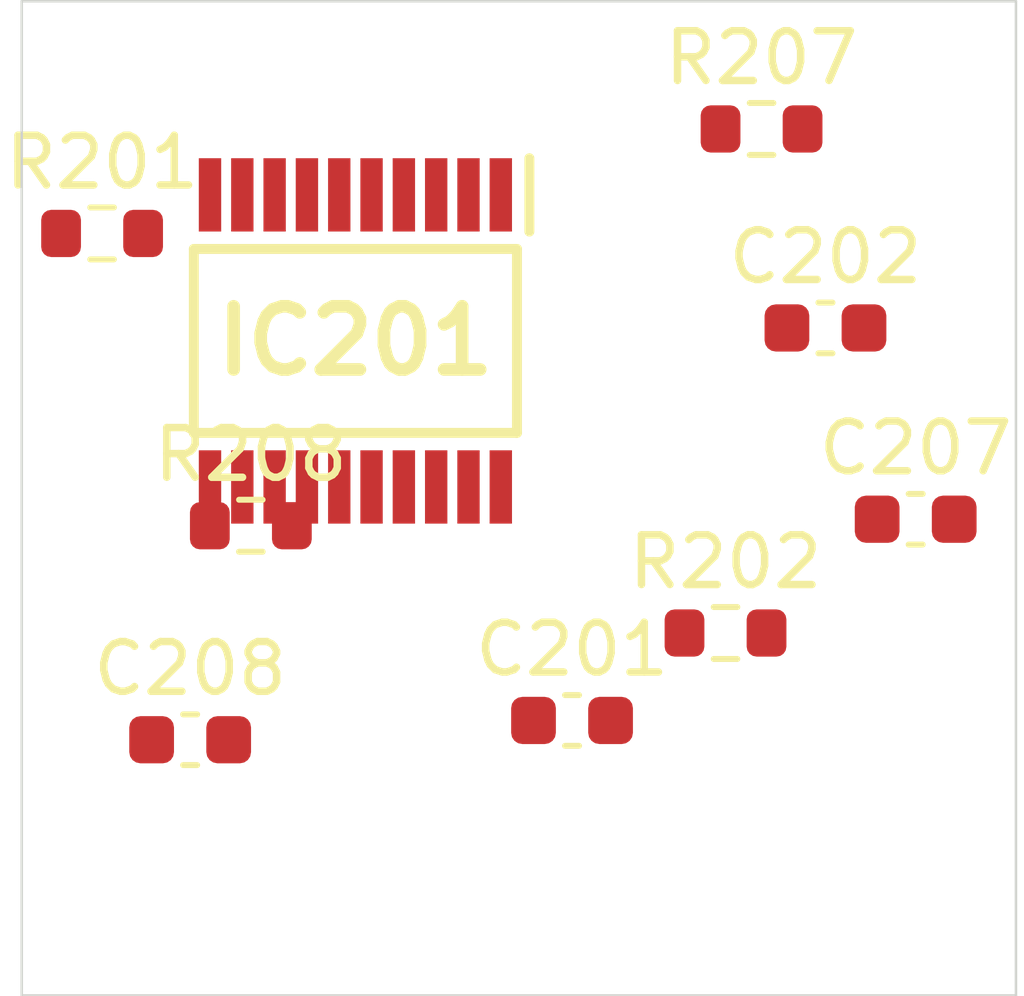
<source format=kicad_pcb>
 ( kicad_pcb  ( version 20171130 )
 ( host pcbnew 5.1.12-84ad8e8a86~92~ubuntu18.04.1 )
 ( general  ( thickness 1.6 )
 ( drawings 4 )
 ( tracks 0 )
 ( zones 0 )
 ( modules 9 )
 ( nets 19 )
)
 ( page A4 )
 ( layers  ( 0 F.Cu signal )
 ( 31 B.Cu signal )
 ( 32 B.Adhes user )
 ( 33 F.Adhes user )
 ( 34 B.Paste user )
 ( 35 F.Paste user )
 ( 36 B.SilkS user )
 ( 37 F.SilkS user )
 ( 38 B.Mask user )
 ( 39 F.Mask user )
 ( 40 Dwgs.User user )
 ( 41 Cmts.User user )
 ( 42 Eco1.User user )
 ( 43 Eco2.User user )
 ( 44 Edge.Cuts user )
 ( 45 Margin user )
 ( 46 B.CrtYd user )
 ( 47 F.CrtYd user )
 ( 48 B.Fab user )
 ( 49 F.Fab user )
)
 ( setup  ( last_trace_width 0.25 )
 ( trace_clearance 0.2 )
 ( zone_clearance 0.508 )
 ( zone_45_only no )
 ( trace_min 0.2 )
 ( via_size 0.8 )
 ( via_drill 0.4 )
 ( via_min_size 0.4 )
 ( via_min_drill 0.3 )
 ( uvia_size 0.3 )
 ( uvia_drill 0.1 )
 ( uvias_allowed no )
 ( uvia_min_size 0.2 )
 ( uvia_min_drill 0.1 )
 ( edge_width 0.05 )
 ( segment_width 0.2 )
 ( pcb_text_width 0.3 )
 ( pcb_text_size 1.5 1.5 )
 ( mod_edge_width 0.12 )
 ( mod_text_size 1 1 )
 ( mod_text_width 0.15 )
 ( pad_size 1.524 1.524 )
 ( pad_drill 0.762 )
 ( pad_to_mask_clearance 0 )
 ( aux_axis_origin 0 0 )
 ( visible_elements FFFFFF7F )
 ( pcbplotparams  ( layerselection 0x010fc_ffffffff )
 ( usegerberextensions false )
 ( usegerberattributes true )
 ( usegerberadvancedattributes true )
 ( creategerberjobfile true )
 ( excludeedgelayer true )
 ( linewidth 0.100000 )
 ( plotframeref false )
 ( viasonmask false )
 ( mode 1 )
 ( useauxorigin false )
 ( hpglpennumber 1 )
 ( hpglpenspeed 20 )
 ( hpglpendiameter 15.000000 )
 ( psnegative false )
 ( psa4output false )
 ( plotreference true )
 ( plotvalue true )
 ( plotinvisibletext false )
 ( padsonsilk false )
 ( subtractmaskfromsilk false )
 ( outputformat 1 )
 ( mirror false )
 ( drillshape 1 )
 ( scaleselection 1 )
 ( outputdirectory "" )
)
)
 ( net 0 "" )
 ( net 1 GND )
 ( net 2 /Sheet6235D886/ch0 )
 ( net 3 /Sheet6235D886/ch1 )
 ( net 4 /Sheet6235D886/ch2 )
 ( net 5 /Sheet6235D886/ch3 )
 ( net 6 /Sheet6235D886/ch4 )
 ( net 7 /Sheet6235D886/ch5 )
 ( net 8 /Sheet6235D886/ch6 )
 ( net 9 /Sheet6235D886/ch7 )
 ( net 10 VDD )
 ( net 11 VDDA )
 ( net 12 /Sheet6235D886/adc_csn )
 ( net 13 /Sheet6235D886/adc_sck )
 ( net 14 /Sheet6235D886/adc_sdi )
 ( net 15 /Sheet6235D886/adc_sdo )
 ( net 16 /Sheet6235D886/vp )
 ( net 17 /Sheet6248AD22/chn0 )
 ( net 18 /Sheet6248AD22/chn3 )
 ( net_class Default "This is the default net class."  ( clearance 0.2 )
 ( trace_width 0.25 )
 ( via_dia 0.8 )
 ( via_drill 0.4 )
 ( uvia_dia 0.3 )
 ( uvia_drill 0.1 )
 ( add_net /Sheet6235D886/adc_csn )
 ( add_net /Sheet6235D886/adc_sck )
 ( add_net /Sheet6235D886/adc_sdi )
 ( add_net /Sheet6235D886/adc_sdo )
 ( add_net /Sheet6235D886/ch0 )
 ( add_net /Sheet6235D886/ch1 )
 ( add_net /Sheet6235D886/ch2 )
 ( add_net /Sheet6235D886/ch3 )
 ( add_net /Sheet6235D886/ch4 )
 ( add_net /Sheet6235D886/ch5 )
 ( add_net /Sheet6235D886/ch6 )
 ( add_net /Sheet6235D886/ch7 )
 ( add_net /Sheet6235D886/vp )
 ( add_net /Sheet6248AD22/chn0 )
 ( add_net /Sheet6248AD22/chn3 )
 ( add_net GND )
 ( add_net VDD )
 ( add_net VDDA )
)
 ( module Capacitor_SMD:C_0603_1608Metric  ( layer F.Cu )
 ( tedit 5F68FEEE )
 ( tstamp 6234222D )
 ( at 91.070000 114.468000 )
 ( descr "Capacitor SMD 0603 (1608 Metric), square (rectangular) end terminal, IPC_7351 nominal, (Body size source: IPC-SM-782 page 76, https://www.pcb-3d.com/wordpress/wp-content/uploads/ipc-sm-782a_amendment_1_and_2.pdf), generated with kicad-footprint-generator" )
 ( tags capacitor )
 ( path /6235D887/623691C5 )
 ( attr smd )
 ( fp_text reference C201  ( at 0 -1.43 )
 ( layer F.SilkS )
 ( effects  ( font  ( size 1 1 )
 ( thickness 0.15 )
)
)
)
 ( fp_text value 0.1uF  ( at 0 1.43 )
 ( layer F.Fab )
 ( effects  ( font  ( size 1 1 )
 ( thickness 0.15 )
)
)
)
 ( fp_line  ( start -0.8 0.4 )
 ( end -0.8 -0.4 )
 ( layer F.Fab )
 ( width 0.1 )
)
 ( fp_line  ( start -0.8 -0.4 )
 ( end 0.8 -0.4 )
 ( layer F.Fab )
 ( width 0.1 )
)
 ( fp_line  ( start 0.8 -0.4 )
 ( end 0.8 0.4 )
 ( layer F.Fab )
 ( width 0.1 )
)
 ( fp_line  ( start 0.8 0.4 )
 ( end -0.8 0.4 )
 ( layer F.Fab )
 ( width 0.1 )
)
 ( fp_line  ( start -0.14058 -0.51 )
 ( end 0.14058 -0.51 )
 ( layer F.SilkS )
 ( width 0.12 )
)
 ( fp_line  ( start -0.14058 0.51 )
 ( end 0.14058 0.51 )
 ( layer F.SilkS )
 ( width 0.12 )
)
 ( fp_line  ( start -1.48 0.73 )
 ( end -1.48 -0.73 )
 ( layer F.CrtYd )
 ( width 0.05 )
)
 ( fp_line  ( start -1.48 -0.73 )
 ( end 1.48 -0.73 )
 ( layer F.CrtYd )
 ( width 0.05 )
)
 ( fp_line  ( start 1.48 -0.73 )
 ( end 1.48 0.73 )
 ( layer F.CrtYd )
 ( width 0.05 )
)
 ( fp_line  ( start 1.48 0.73 )
 ( end -1.48 0.73 )
 ( layer F.CrtYd )
 ( width 0.05 )
)
 ( fp_text user %R  ( at 0 0 )
 ( layer F.Fab )
 ( effects  ( font  ( size 0.4 0.4 )
 ( thickness 0.06 )
)
)
)
 ( pad 2 smd roundrect  ( at 0.775 0 )
 ( size 0.9 0.95 )
 ( layers F.Cu F.Mask F.Paste )
 ( roundrect_rratio 0.25 )
 ( net 1 GND )
)
 ( pad 1 smd roundrect  ( at -0.775 0 )
 ( size 0.9 0.95 )
 ( layers F.Cu F.Mask F.Paste )
 ( roundrect_rratio 0.25 )
 ( net 2 /Sheet6235D886/ch0 )
)
 ( model ${KISYS3DMOD}/Capacitor_SMD.3dshapes/C_0603_1608Metric.wrl  ( at  ( xyz 0 0 0 )
)
 ( scale  ( xyz 1 1 1 )
)
 ( rotate  ( xyz 0 0 0 )
)
)
)
 ( module Capacitor_SMD:C_0603_1608Metric  ( layer F.Cu )
 ( tedit 5F68FEEE )
 ( tstamp 6234223E )
 ( at 96.168000 106.572000 )
 ( descr "Capacitor SMD 0603 (1608 Metric), square (rectangular) end terminal, IPC_7351 nominal, (Body size source: IPC-SM-782 page 76, https://www.pcb-3d.com/wordpress/wp-content/uploads/ipc-sm-782a_amendment_1_and_2.pdf), generated with kicad-footprint-generator" )
 ( tags capacitor )
 ( path /6235D887/62369EE0 )
 ( attr smd )
 ( fp_text reference C202  ( at 0 -1.43 )
 ( layer F.SilkS )
 ( effects  ( font  ( size 1 1 )
 ( thickness 0.15 )
)
)
)
 ( fp_text value 0.1uF  ( at 0 1.43 )
 ( layer F.Fab )
 ( effects  ( font  ( size 1 1 )
 ( thickness 0.15 )
)
)
)
 ( fp_line  ( start 1.48 0.73 )
 ( end -1.48 0.73 )
 ( layer F.CrtYd )
 ( width 0.05 )
)
 ( fp_line  ( start 1.48 -0.73 )
 ( end 1.48 0.73 )
 ( layer F.CrtYd )
 ( width 0.05 )
)
 ( fp_line  ( start -1.48 -0.73 )
 ( end 1.48 -0.73 )
 ( layer F.CrtYd )
 ( width 0.05 )
)
 ( fp_line  ( start -1.48 0.73 )
 ( end -1.48 -0.73 )
 ( layer F.CrtYd )
 ( width 0.05 )
)
 ( fp_line  ( start -0.14058 0.51 )
 ( end 0.14058 0.51 )
 ( layer F.SilkS )
 ( width 0.12 )
)
 ( fp_line  ( start -0.14058 -0.51 )
 ( end 0.14058 -0.51 )
 ( layer F.SilkS )
 ( width 0.12 )
)
 ( fp_line  ( start 0.8 0.4 )
 ( end -0.8 0.4 )
 ( layer F.Fab )
 ( width 0.1 )
)
 ( fp_line  ( start 0.8 -0.4 )
 ( end 0.8 0.4 )
 ( layer F.Fab )
 ( width 0.1 )
)
 ( fp_line  ( start -0.8 -0.4 )
 ( end 0.8 -0.4 )
 ( layer F.Fab )
 ( width 0.1 )
)
 ( fp_line  ( start -0.8 0.4 )
 ( end -0.8 -0.4 )
 ( layer F.Fab )
 ( width 0.1 )
)
 ( fp_text user %R  ( at 0 0 )
 ( layer F.Fab )
 ( effects  ( font  ( size 0.4 0.4 )
 ( thickness 0.06 )
)
)
)
 ( pad 1 smd roundrect  ( at -0.775 0 )
 ( size 0.9 0.95 )
 ( layers F.Cu F.Mask F.Paste )
 ( roundrect_rratio 0.25 )
 ( net 1 GND )
)
 ( pad 2 smd roundrect  ( at 0.775 0 )
 ( size 0.9 0.95 )
 ( layers F.Cu F.Mask F.Paste )
 ( roundrect_rratio 0.25 )
 ( net 3 /Sheet6235D886/ch1 )
)
 ( model ${KISYS3DMOD}/Capacitor_SMD.3dshapes/C_0603_1608Metric.wrl  ( at  ( xyz 0 0 0 )
)
 ( scale  ( xyz 1 1 1 )
)
 ( rotate  ( xyz 0 0 0 )
)
)
)
 ( module Capacitor_SMD:C_0603_1608Metric  ( layer F.Cu )
 ( tedit 5F68FEEE )
 ( tstamp 62342293 )
 ( at 97.982900 110.420000 )
 ( descr "Capacitor SMD 0603 (1608 Metric), square (rectangular) end terminal, IPC_7351 nominal, (Body size source: IPC-SM-782 page 76, https://www.pcb-3d.com/wordpress/wp-content/uploads/ipc-sm-782a_amendment_1_and_2.pdf), generated with kicad-footprint-generator" )
 ( tags capacitor )
 ( path /6235D887/6238B3FE )
 ( attr smd )
 ( fp_text reference C207  ( at 0 -1.43 )
 ( layer F.SilkS )
 ( effects  ( font  ( size 1 1 )
 ( thickness 0.15 )
)
)
)
 ( fp_text value 0.1uF  ( at 0 1.43 )
 ( layer F.Fab )
 ( effects  ( font  ( size 1 1 )
 ( thickness 0.15 )
)
)
)
 ( fp_line  ( start -0.8 0.4 )
 ( end -0.8 -0.4 )
 ( layer F.Fab )
 ( width 0.1 )
)
 ( fp_line  ( start -0.8 -0.4 )
 ( end 0.8 -0.4 )
 ( layer F.Fab )
 ( width 0.1 )
)
 ( fp_line  ( start 0.8 -0.4 )
 ( end 0.8 0.4 )
 ( layer F.Fab )
 ( width 0.1 )
)
 ( fp_line  ( start 0.8 0.4 )
 ( end -0.8 0.4 )
 ( layer F.Fab )
 ( width 0.1 )
)
 ( fp_line  ( start -0.14058 -0.51 )
 ( end 0.14058 -0.51 )
 ( layer F.SilkS )
 ( width 0.12 )
)
 ( fp_line  ( start -0.14058 0.51 )
 ( end 0.14058 0.51 )
 ( layer F.SilkS )
 ( width 0.12 )
)
 ( fp_line  ( start -1.48 0.73 )
 ( end -1.48 -0.73 )
 ( layer F.CrtYd )
 ( width 0.05 )
)
 ( fp_line  ( start -1.48 -0.73 )
 ( end 1.48 -0.73 )
 ( layer F.CrtYd )
 ( width 0.05 )
)
 ( fp_line  ( start 1.48 -0.73 )
 ( end 1.48 0.73 )
 ( layer F.CrtYd )
 ( width 0.05 )
)
 ( fp_line  ( start 1.48 0.73 )
 ( end -1.48 0.73 )
 ( layer F.CrtYd )
 ( width 0.05 )
)
 ( fp_text user %R  ( at 0 0 )
 ( layer F.Fab )
 ( effects  ( font  ( size 0.4 0.4 )
 ( thickness 0.06 )
)
)
)
 ( pad 2 smd roundrect  ( at 0.775 0 )
 ( size 0.9 0.95 )
 ( layers F.Cu F.Mask F.Paste )
 ( roundrect_rratio 0.25 )
 ( net 1 GND )
)
 ( pad 1 smd roundrect  ( at -0.775 0 )
 ( size 0.9 0.95 )
 ( layers F.Cu F.Mask F.Paste )
 ( roundrect_rratio 0.25 )
 ( net 8 /Sheet6235D886/ch6 )
)
 ( model ${KISYS3DMOD}/Capacitor_SMD.3dshapes/C_0603_1608Metric.wrl  ( at  ( xyz 0 0 0 )
)
 ( scale  ( xyz 1 1 1 )
)
 ( rotate  ( xyz 0 0 0 )
)
)
)
 ( module Capacitor_SMD:C_0603_1608Metric  ( layer F.Cu )
 ( tedit 5F68FEEE )
 ( tstamp 623422A4 )
 ( at 83.387800 114.856000 )
 ( descr "Capacitor SMD 0603 (1608 Metric), square (rectangular) end terminal, IPC_7351 nominal, (Body size source: IPC-SM-782 page 76, https://www.pcb-3d.com/wordpress/wp-content/uploads/ipc-sm-782a_amendment_1_and_2.pdf), generated with kicad-footprint-generator" )
 ( tags capacitor )
 ( path /6235D887/6238B404 )
 ( attr smd )
 ( fp_text reference C208  ( at 0 -1.43 )
 ( layer F.SilkS )
 ( effects  ( font  ( size 1 1 )
 ( thickness 0.15 )
)
)
)
 ( fp_text value 0.1uF  ( at 0 1.43 )
 ( layer F.Fab )
 ( effects  ( font  ( size 1 1 )
 ( thickness 0.15 )
)
)
)
 ( fp_line  ( start 1.48 0.73 )
 ( end -1.48 0.73 )
 ( layer F.CrtYd )
 ( width 0.05 )
)
 ( fp_line  ( start 1.48 -0.73 )
 ( end 1.48 0.73 )
 ( layer F.CrtYd )
 ( width 0.05 )
)
 ( fp_line  ( start -1.48 -0.73 )
 ( end 1.48 -0.73 )
 ( layer F.CrtYd )
 ( width 0.05 )
)
 ( fp_line  ( start -1.48 0.73 )
 ( end -1.48 -0.73 )
 ( layer F.CrtYd )
 ( width 0.05 )
)
 ( fp_line  ( start -0.14058 0.51 )
 ( end 0.14058 0.51 )
 ( layer F.SilkS )
 ( width 0.12 )
)
 ( fp_line  ( start -0.14058 -0.51 )
 ( end 0.14058 -0.51 )
 ( layer F.SilkS )
 ( width 0.12 )
)
 ( fp_line  ( start 0.8 0.4 )
 ( end -0.8 0.4 )
 ( layer F.Fab )
 ( width 0.1 )
)
 ( fp_line  ( start 0.8 -0.4 )
 ( end 0.8 0.4 )
 ( layer F.Fab )
 ( width 0.1 )
)
 ( fp_line  ( start -0.8 -0.4 )
 ( end 0.8 -0.4 )
 ( layer F.Fab )
 ( width 0.1 )
)
 ( fp_line  ( start -0.8 0.4 )
 ( end -0.8 -0.4 )
 ( layer F.Fab )
 ( width 0.1 )
)
 ( fp_text user %R  ( at 0 0 )
 ( layer F.Fab )
 ( effects  ( font  ( size 0.4 0.4 )
 ( thickness 0.06 )
)
)
)
 ( pad 1 smd roundrect  ( at -0.775 0 )
 ( size 0.9 0.95 )
 ( layers F.Cu F.Mask F.Paste )
 ( roundrect_rratio 0.25 )
 ( net 1 GND )
)
 ( pad 2 smd roundrect  ( at 0.775 0 )
 ( size 0.9 0.95 )
 ( layers F.Cu F.Mask F.Paste )
 ( roundrect_rratio 0.25 )
 ( net 9 /Sheet6235D886/ch7 )
)
 ( model ${KISYS3DMOD}/Capacitor_SMD.3dshapes/C_0603_1608Metric.wrl  ( at  ( xyz 0 0 0 )
)
 ( scale  ( xyz 1 1 1 )
)
 ( rotate  ( xyz 0 0 0 )
)
)
)
 ( module MCP3564R-E_ST:SOP65P640X120-20N locked  ( layer F.Cu )
 ( tedit 623351C2 )
 ( tstamp 623423D6 )
 ( at 86.712100 106.833000 270.000000 )
 ( descr "20-Lead Plastic Thin Shrink Small Outline (ST) - 4.4mm body [TSSOP]" )
 ( tags "Integrated Circuit" )
 ( path /6235D887/6235E071 )
 ( attr smd )
 ( fp_text reference IC201  ( at 0 0 )
 ( layer F.SilkS )
 ( effects  ( font  ( size 1.27 1.27 )
 ( thickness 0.254 )
)
)
)
 ( fp_text value MCP3564R-E_ST  ( at 0 0 )
 ( layer F.SilkS )
hide  ( effects  ( font  ( size 1.27 1.27 )
 ( thickness 0.254 )
)
)
)
 ( fp_line  ( start -3.925 -3.55 )
 ( end 3.925 -3.55 )
 ( layer Dwgs.User )
 ( width 0.05 )
)
 ( fp_line  ( start 3.925 -3.55 )
 ( end 3.925 3.55 )
 ( layer Dwgs.User )
 ( width 0.05 )
)
 ( fp_line  ( start 3.925 3.55 )
 ( end -3.925 3.55 )
 ( layer Dwgs.User )
 ( width 0.05 )
)
 ( fp_line  ( start -3.925 3.55 )
 ( end -3.925 -3.55 )
 ( layer Dwgs.User )
 ( width 0.05 )
)
 ( fp_line  ( start -2.2 -3.25 )
 ( end 2.2 -3.25 )
 ( layer Dwgs.User )
 ( width 0.1 )
)
 ( fp_line  ( start 2.2 -3.25 )
 ( end 2.2 3.25 )
 ( layer Dwgs.User )
 ( width 0.1 )
)
 ( fp_line  ( start 2.2 3.25 )
 ( end -2.2 3.25 )
 ( layer Dwgs.User )
 ( width 0.1 )
)
 ( fp_line  ( start -2.2 3.25 )
 ( end -2.2 -3.25 )
 ( layer Dwgs.User )
 ( width 0.1 )
)
 ( fp_line  ( start -2.2 -2.6 )
 ( end -1.55 -3.25 )
 ( layer Dwgs.User )
 ( width 0.1 )
)
 ( fp_line  ( start -1.85 -3.25 )
 ( end 1.85 -3.25 )
 ( layer F.SilkS )
 ( width 0.2 )
)
 ( fp_line  ( start 1.85 -3.25 )
 ( end 1.85 3.25 )
 ( layer F.SilkS )
 ( width 0.2 )
)
 ( fp_line  ( start 1.85 3.25 )
 ( end -1.85 3.25 )
 ( layer F.SilkS )
 ( width 0.2 )
)
 ( fp_line  ( start -1.85 3.25 )
 ( end -1.85 -3.25 )
 ( layer F.SilkS )
 ( width 0.2 )
)
 ( fp_line  ( start -3.675 -3.5 )
 ( end -2.2 -3.5 )
 ( layer F.SilkS )
 ( width 0.2 )
)
 ( pad 1 smd rect  ( at -2.938 -2.925 )
 ( size 0.45 1.475 )
 ( layers F.Cu F.Mask F.Paste )
 ( net 11 VDDA )
)
 ( pad 2 smd rect  ( at -2.938 -2.275 )
 ( size 0.45 1.475 )
 ( layers F.Cu F.Mask F.Paste )
 ( net 1 GND )
)
 ( pad 3 smd rect  ( at -2.938 -1.625 )
 ( size 0.45 1.475 )
 ( layers F.Cu F.Mask F.Paste )
 ( net 1 GND )
)
 ( pad 4 smd rect  ( at -2.938 -0.975 )
 ( size 0.45 1.475 )
 ( layers F.Cu F.Mask F.Paste )
)
 ( pad 5 smd rect  ( at -2.938 -0.325 )
 ( size 0.45 1.475 )
 ( layers F.Cu F.Mask F.Paste )
 ( net 2 /Sheet6235D886/ch0 )
)
 ( pad 6 smd rect  ( at -2.938 0.325 )
 ( size 0.45 1.475 )
 ( layers F.Cu F.Mask F.Paste )
 ( net 3 /Sheet6235D886/ch1 )
)
 ( pad 7 smd rect  ( at -2.938 0.975 )
 ( size 0.45 1.475 )
 ( layers F.Cu F.Mask F.Paste )
 ( net 4 /Sheet6235D886/ch2 )
)
 ( pad 8 smd rect  ( at -2.938 1.625 )
 ( size 0.45 1.475 )
 ( layers F.Cu F.Mask F.Paste )
 ( net 5 /Sheet6235D886/ch3 )
)
 ( pad 9 smd rect  ( at -2.938 2.275 )
 ( size 0.45 1.475 )
 ( layers F.Cu F.Mask F.Paste )
 ( net 6 /Sheet6235D886/ch4 )
)
 ( pad 10 smd rect  ( at -2.938 2.925 )
 ( size 0.45 1.475 )
 ( layers F.Cu F.Mask F.Paste )
 ( net 7 /Sheet6235D886/ch5 )
)
 ( pad 11 smd rect  ( at 2.938 2.925 )
 ( size 0.45 1.475 )
 ( layers F.Cu F.Mask F.Paste )
 ( net 8 /Sheet6235D886/ch6 )
)
 ( pad 12 smd rect  ( at 2.938 2.275 )
 ( size 0.45 1.475 )
 ( layers F.Cu F.Mask F.Paste )
 ( net 9 /Sheet6235D886/ch7 )
)
 ( pad 13 smd rect  ( at 2.938 1.625 )
 ( size 0.45 1.475 )
 ( layers F.Cu F.Mask F.Paste )
 ( net 12 /Sheet6235D886/adc_csn )
)
 ( pad 14 smd rect  ( at 2.938 0.975 )
 ( size 0.45 1.475 )
 ( layers F.Cu F.Mask F.Paste )
 ( net 13 /Sheet6235D886/adc_sck )
)
 ( pad 15 smd rect  ( at 2.938 0.325 )
 ( size 0.45 1.475 )
 ( layers F.Cu F.Mask F.Paste )
 ( net 14 /Sheet6235D886/adc_sdi )
)
 ( pad 16 smd rect  ( at 2.938 -0.325 )
 ( size 0.45 1.475 )
 ( layers F.Cu F.Mask F.Paste )
 ( net 15 /Sheet6235D886/adc_sdo )
)
 ( pad 17 smd rect  ( at 2.938 -0.975 )
 ( size 0.45 1.475 )
 ( layers F.Cu F.Mask F.Paste )
)
 ( pad 18 smd rect  ( at 2.938 -1.625 )
 ( size 0.45 1.475 )
 ( layers F.Cu F.Mask F.Paste )
)
 ( pad 19 smd rect  ( at 2.938 -2.275 )
 ( size 0.45 1.475 )
 ( layers F.Cu F.Mask F.Paste )
 ( net 1 GND )
)
 ( pad 20 smd rect  ( at 2.938 -2.925 )
 ( size 0.45 1.475 )
 ( layers F.Cu F.Mask F.Paste )
 ( net 10 VDD )
)
)
 ( module Resistor_SMD:R_0603_1608Metric  ( layer F.Cu )
 ( tedit 5F68FEEE )
 ( tstamp 6234250D )
 ( at 81.616200 104.671000 )
 ( descr "Resistor SMD 0603 (1608 Metric), square (rectangular) end terminal, IPC_7351 nominal, (Body size source: IPC-SM-782 page 72, https://www.pcb-3d.com/wordpress/wp-content/uploads/ipc-sm-782a_amendment_1_and_2.pdf), generated with kicad-footprint-generator" )
 ( tags resistor )
 ( path /6235D887/623641B7 )
 ( attr smd )
 ( fp_text reference R201  ( at 0 -1.43 )
 ( layer F.SilkS )
 ( effects  ( font  ( size 1 1 )
 ( thickness 0.15 )
)
)
)
 ( fp_text value 1k  ( at 0 1.43 )
 ( layer F.Fab )
 ( effects  ( font  ( size 1 1 )
 ( thickness 0.15 )
)
)
)
 ( fp_line  ( start -0.8 0.4125 )
 ( end -0.8 -0.4125 )
 ( layer F.Fab )
 ( width 0.1 )
)
 ( fp_line  ( start -0.8 -0.4125 )
 ( end 0.8 -0.4125 )
 ( layer F.Fab )
 ( width 0.1 )
)
 ( fp_line  ( start 0.8 -0.4125 )
 ( end 0.8 0.4125 )
 ( layer F.Fab )
 ( width 0.1 )
)
 ( fp_line  ( start 0.8 0.4125 )
 ( end -0.8 0.4125 )
 ( layer F.Fab )
 ( width 0.1 )
)
 ( fp_line  ( start -0.237258 -0.5225 )
 ( end 0.237258 -0.5225 )
 ( layer F.SilkS )
 ( width 0.12 )
)
 ( fp_line  ( start -0.237258 0.5225 )
 ( end 0.237258 0.5225 )
 ( layer F.SilkS )
 ( width 0.12 )
)
 ( fp_line  ( start -1.48 0.73 )
 ( end -1.48 -0.73 )
 ( layer F.CrtYd )
 ( width 0.05 )
)
 ( fp_line  ( start -1.48 -0.73 )
 ( end 1.48 -0.73 )
 ( layer F.CrtYd )
 ( width 0.05 )
)
 ( fp_line  ( start 1.48 -0.73 )
 ( end 1.48 0.73 )
 ( layer F.CrtYd )
 ( width 0.05 )
)
 ( fp_line  ( start 1.48 0.73 )
 ( end -1.48 0.73 )
 ( layer F.CrtYd )
 ( width 0.05 )
)
 ( fp_text user %R  ( at 0 0 )
 ( layer F.Fab )
 ( effects  ( font  ( size 0.4 0.4 )
 ( thickness 0.06 )
)
)
)
 ( pad 2 smd roundrect  ( at 0.825 0 )
 ( size 0.8 0.95 )
 ( layers F.Cu F.Mask F.Paste )
 ( roundrect_rratio 0.25 )
 ( net 16 /Sheet6235D886/vp )
)
 ( pad 1 smd roundrect  ( at -0.825 0 )
 ( size 0.8 0.95 )
 ( layers F.Cu F.Mask F.Paste )
 ( roundrect_rratio 0.25 )
 ( net 2 /Sheet6235D886/ch0 )
)
 ( model ${KISYS3DMOD}/Resistor_SMD.3dshapes/R_0603_1608Metric.wrl  ( at  ( xyz 0 0 0 )
)
 ( scale  ( xyz 1 1 1 )
)
 ( rotate  ( xyz 0 0 0 )
)
)
)
 ( module Resistor_SMD:R_0603_1608Metric  ( layer F.Cu )
 ( tedit 5F68FEEE )
 ( tstamp 6234251E )
 ( at 94.157600 112.709000 )
 ( descr "Resistor SMD 0603 (1608 Metric), square (rectangular) end terminal, IPC_7351 nominal, (Body size source: IPC-SM-782 page 72, https://www.pcb-3d.com/wordpress/wp-content/uploads/ipc-sm-782a_amendment_1_and_2.pdf), generated with kicad-footprint-generator" )
 ( tags resistor )
 ( path /6235D887/6236A646 )
 ( attr smd )
 ( fp_text reference R202  ( at 0 -1.43 )
 ( layer F.SilkS )
 ( effects  ( font  ( size 1 1 )
 ( thickness 0.15 )
)
)
)
 ( fp_text value 1k  ( at 0 1.43 )
 ( layer F.Fab )
 ( effects  ( font  ( size 1 1 )
 ( thickness 0.15 )
)
)
)
 ( fp_line  ( start 1.48 0.73 )
 ( end -1.48 0.73 )
 ( layer F.CrtYd )
 ( width 0.05 )
)
 ( fp_line  ( start 1.48 -0.73 )
 ( end 1.48 0.73 )
 ( layer F.CrtYd )
 ( width 0.05 )
)
 ( fp_line  ( start -1.48 -0.73 )
 ( end 1.48 -0.73 )
 ( layer F.CrtYd )
 ( width 0.05 )
)
 ( fp_line  ( start -1.48 0.73 )
 ( end -1.48 -0.73 )
 ( layer F.CrtYd )
 ( width 0.05 )
)
 ( fp_line  ( start -0.237258 0.5225 )
 ( end 0.237258 0.5225 )
 ( layer F.SilkS )
 ( width 0.12 )
)
 ( fp_line  ( start -0.237258 -0.5225 )
 ( end 0.237258 -0.5225 )
 ( layer F.SilkS )
 ( width 0.12 )
)
 ( fp_line  ( start 0.8 0.4125 )
 ( end -0.8 0.4125 )
 ( layer F.Fab )
 ( width 0.1 )
)
 ( fp_line  ( start 0.8 -0.4125 )
 ( end 0.8 0.4125 )
 ( layer F.Fab )
 ( width 0.1 )
)
 ( fp_line  ( start -0.8 -0.4125 )
 ( end 0.8 -0.4125 )
 ( layer F.Fab )
 ( width 0.1 )
)
 ( fp_line  ( start -0.8 0.4125 )
 ( end -0.8 -0.4125 )
 ( layer F.Fab )
 ( width 0.1 )
)
 ( fp_text user %R  ( at 0 0 )
 ( layer F.Fab )
 ( effects  ( font  ( size 0.4 0.4 )
 ( thickness 0.06 )
)
)
)
 ( pad 1 smd roundrect  ( at -0.825 0 )
 ( size 0.8 0.95 )
 ( layers F.Cu F.Mask F.Paste )
 ( roundrect_rratio 0.25 )
 ( net 3 /Sheet6235D886/ch1 )
)
 ( pad 2 smd roundrect  ( at 0.825 0 )
 ( size 0.8 0.95 )
 ( layers F.Cu F.Mask F.Paste )
 ( roundrect_rratio 0.25 )
 ( net 17 /Sheet6248AD22/chn0 )
)
 ( model ${KISYS3DMOD}/Resistor_SMD.3dshapes/R_0603_1608Metric.wrl  ( at  ( xyz 0 0 0 )
)
 ( scale  ( xyz 1 1 1 )
)
 ( rotate  ( xyz 0 0 0 )
)
)
)
 ( module Resistor_SMD:R_0603_1608Metric  ( layer F.Cu )
 ( tedit 5F68FEEE )
 ( tstamp 62342573 )
 ( at 94.882500 102.569000 )
 ( descr "Resistor SMD 0603 (1608 Metric), square (rectangular) end terminal, IPC_7351 nominal, (Body size source: IPC-SM-782 page 72, https://www.pcb-3d.com/wordpress/wp-content/uploads/ipc-sm-782a_amendment_1_and_2.pdf), generated with kicad-footprint-generator" )
 ( tags resistor )
 ( path /6235D887/6238B3F8 )
 ( attr smd )
 ( fp_text reference R207  ( at 0 -1.43 )
 ( layer F.SilkS )
 ( effects  ( font  ( size 1 1 )
 ( thickness 0.15 )
)
)
)
 ( fp_text value 1k  ( at 0 1.43 )
 ( layer F.Fab )
 ( effects  ( font  ( size 1 1 )
 ( thickness 0.15 )
)
)
)
 ( fp_line  ( start -0.8 0.4125 )
 ( end -0.8 -0.4125 )
 ( layer F.Fab )
 ( width 0.1 )
)
 ( fp_line  ( start -0.8 -0.4125 )
 ( end 0.8 -0.4125 )
 ( layer F.Fab )
 ( width 0.1 )
)
 ( fp_line  ( start 0.8 -0.4125 )
 ( end 0.8 0.4125 )
 ( layer F.Fab )
 ( width 0.1 )
)
 ( fp_line  ( start 0.8 0.4125 )
 ( end -0.8 0.4125 )
 ( layer F.Fab )
 ( width 0.1 )
)
 ( fp_line  ( start -0.237258 -0.5225 )
 ( end 0.237258 -0.5225 )
 ( layer F.SilkS )
 ( width 0.12 )
)
 ( fp_line  ( start -0.237258 0.5225 )
 ( end 0.237258 0.5225 )
 ( layer F.SilkS )
 ( width 0.12 )
)
 ( fp_line  ( start -1.48 0.73 )
 ( end -1.48 -0.73 )
 ( layer F.CrtYd )
 ( width 0.05 )
)
 ( fp_line  ( start -1.48 -0.73 )
 ( end 1.48 -0.73 )
 ( layer F.CrtYd )
 ( width 0.05 )
)
 ( fp_line  ( start 1.48 -0.73 )
 ( end 1.48 0.73 )
 ( layer F.CrtYd )
 ( width 0.05 )
)
 ( fp_line  ( start 1.48 0.73 )
 ( end -1.48 0.73 )
 ( layer F.CrtYd )
 ( width 0.05 )
)
 ( fp_text user %R  ( at 0 0 )
 ( layer F.Fab )
 ( effects  ( font  ( size 0.4 0.4 )
 ( thickness 0.06 )
)
)
)
 ( pad 2 smd roundrect  ( at 0.825 0 )
 ( size 0.8 0.95 )
 ( layers F.Cu F.Mask F.Paste )
 ( roundrect_rratio 0.25 )
 ( net 16 /Sheet6235D886/vp )
)
 ( pad 1 smd roundrect  ( at -0.825 0 )
 ( size 0.8 0.95 )
 ( layers F.Cu F.Mask F.Paste )
 ( roundrect_rratio 0.25 )
 ( net 8 /Sheet6235D886/ch6 )
)
 ( model ${KISYS3DMOD}/Resistor_SMD.3dshapes/R_0603_1608Metric.wrl  ( at  ( xyz 0 0 0 )
)
 ( scale  ( xyz 1 1 1 )
)
 ( rotate  ( xyz 0 0 0 )
)
)
)
 ( module Resistor_SMD:R_0603_1608Metric  ( layer F.Cu )
 ( tedit 5F68FEEE )
 ( tstamp 62342584 )
 ( at 84.608700 110.551000 )
 ( descr "Resistor SMD 0603 (1608 Metric), square (rectangular) end terminal, IPC_7351 nominal, (Body size source: IPC-SM-782 page 72, https://www.pcb-3d.com/wordpress/wp-content/uploads/ipc-sm-782a_amendment_1_and_2.pdf), generated with kicad-footprint-generator" )
 ( tags resistor )
 ( path /6235D887/6238B40A )
 ( attr smd )
 ( fp_text reference R208  ( at 0 -1.43 )
 ( layer F.SilkS )
 ( effects  ( font  ( size 1 1 )
 ( thickness 0.15 )
)
)
)
 ( fp_text value 1k  ( at 0 1.43 )
 ( layer F.Fab )
 ( effects  ( font  ( size 1 1 )
 ( thickness 0.15 )
)
)
)
 ( fp_line  ( start 1.48 0.73 )
 ( end -1.48 0.73 )
 ( layer F.CrtYd )
 ( width 0.05 )
)
 ( fp_line  ( start 1.48 -0.73 )
 ( end 1.48 0.73 )
 ( layer F.CrtYd )
 ( width 0.05 )
)
 ( fp_line  ( start -1.48 -0.73 )
 ( end 1.48 -0.73 )
 ( layer F.CrtYd )
 ( width 0.05 )
)
 ( fp_line  ( start -1.48 0.73 )
 ( end -1.48 -0.73 )
 ( layer F.CrtYd )
 ( width 0.05 )
)
 ( fp_line  ( start -0.237258 0.5225 )
 ( end 0.237258 0.5225 )
 ( layer F.SilkS )
 ( width 0.12 )
)
 ( fp_line  ( start -0.237258 -0.5225 )
 ( end 0.237258 -0.5225 )
 ( layer F.SilkS )
 ( width 0.12 )
)
 ( fp_line  ( start 0.8 0.4125 )
 ( end -0.8 0.4125 )
 ( layer F.Fab )
 ( width 0.1 )
)
 ( fp_line  ( start 0.8 -0.4125 )
 ( end 0.8 0.4125 )
 ( layer F.Fab )
 ( width 0.1 )
)
 ( fp_line  ( start -0.8 -0.4125 )
 ( end 0.8 -0.4125 )
 ( layer F.Fab )
 ( width 0.1 )
)
 ( fp_line  ( start -0.8 0.4125 )
 ( end -0.8 -0.4125 )
 ( layer F.Fab )
 ( width 0.1 )
)
 ( fp_text user %R  ( at 0 0 )
 ( layer F.Fab )
 ( effects  ( font  ( size 0.4 0.4 )
 ( thickness 0.06 )
)
)
)
 ( pad 1 smd roundrect  ( at -0.825 0 )
 ( size 0.8 0.95 )
 ( layers F.Cu F.Mask F.Paste )
 ( roundrect_rratio 0.25 )
 ( net 9 /Sheet6235D886/ch7 )
)
 ( pad 2 smd roundrect  ( at 0.825 0 )
 ( size 0.8 0.95 )
 ( layers F.Cu F.Mask F.Paste )
 ( roundrect_rratio 0.25 )
 ( net 18 /Sheet6248AD22/chn3 )
)
 ( model ${KISYS3DMOD}/Resistor_SMD.3dshapes/R_0603_1608Metric.wrl  ( at  ( xyz 0 0 0 )
)
 ( scale  ( xyz 1 1 1 )
)
 ( rotate  ( xyz 0 0 0 )
)
)
)
 ( gr_line  ( start 100 100 )
 ( end 100 120 )
 ( layer Edge.Cuts )
 ( width 0.05 )
 ( tstamp 62E770C4 )
)
 ( gr_line  ( start 80 120 )
 ( end 100 120 )
 ( layer Edge.Cuts )
 ( width 0.05 )
 ( tstamp 62E770C0 )
)
 ( gr_line  ( start 80 100 )
 ( end 100 100 )
 ( layer Edge.Cuts )
 ( width 0.05 )
 ( tstamp 6234110C )
)
 ( gr_line  ( start 80 100 )
 ( end 80 120 )
 ( layer Edge.Cuts )
 ( width 0.05 )
)
)

</source>
